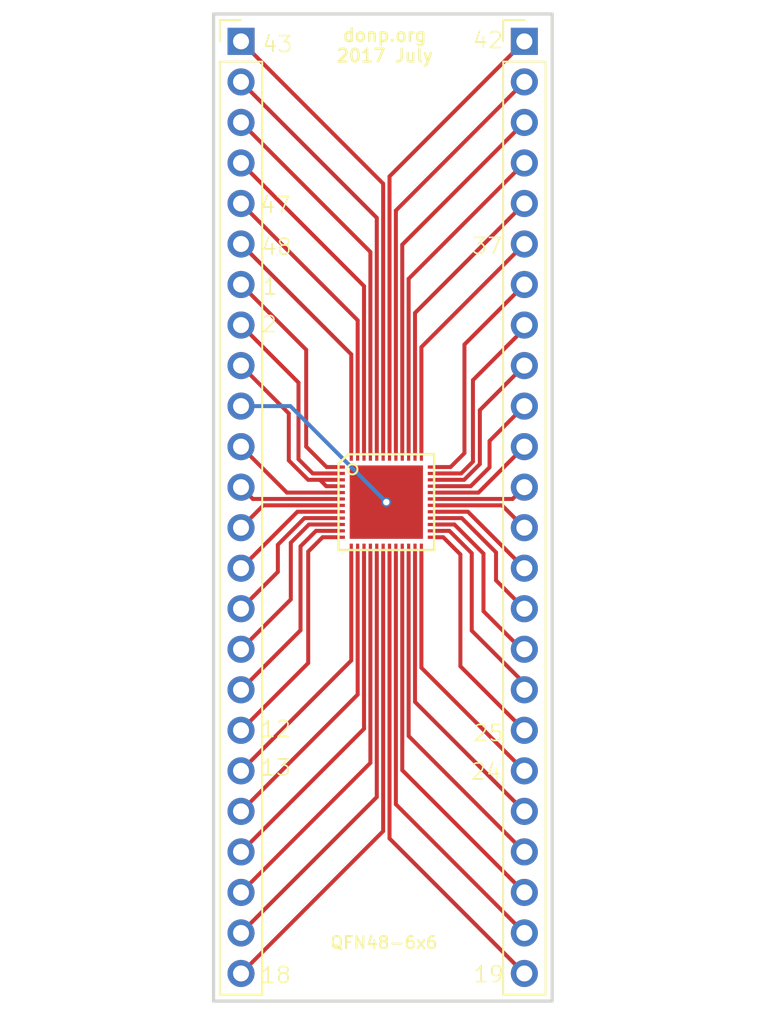
<source format=kicad_pcb>
(kicad_pcb (version 4) (host pcbnew 4.0.6-e0-6349~53~ubuntu16.04.1)

  (general
    (links 0)
    (no_connects 0)
    (area 111.799999 52.575 159.980001 117.705)
    (thickness 1.6)
    (drawings 18)
    (tracks 133)
    (zones 0)
    (modules 3)
    (nets 1)
  )

  (page A4)
  (layers
    (0 F.Cu signal)
    (31 B.Cu signal)
    (32 B.Adhes user)
    (33 F.Adhes user)
    (34 B.Paste user)
    (35 F.Paste user)
    (36 B.SilkS user)
    (37 F.SilkS user)
    (38 B.Mask user)
    (39 F.Mask user)
    (40 Dwgs.User user)
    (41 Cmts.User user)
    (42 Eco1.User user)
    (43 Eco2.User user)
    (44 Edge.Cuts user)
    (45 Margin user)
    (46 B.CrtYd user)
    (47 F.CrtYd user)
    (48 B.Fab user)
    (49 F.Fab user)
  )

  (setup
    (last_trace_width 0.25)
    (trace_clearance 0.2)
    (zone_clearance 0.508)
    (zone_45_only no)
    (trace_min 0.2)
    (segment_width 0.2)
    (edge_width 0.2)
    (via_size 0.6)
    (via_drill 0.4)
    (via_min_size 0.4)
    (via_min_drill 0.3)
    (uvia_size 0.3)
    (uvia_drill 0.1)
    (uvias_allowed no)
    (uvia_min_size 0.2)
    (uvia_min_drill 0.1)
    (pcb_text_width 0.3)
    (pcb_text_size 1.5 1.5)
    (mod_edge_width 0.15)
    (mod_text_size 1 1)
    (mod_text_width 0.15)
    (pad_size 1.7 1.7)
    (pad_drill 1)
    (pad_to_mask_clearance 0.2)
    (aux_axis_origin 0 0)
    (visible_elements FFFE7FFF)
    (pcbplotparams
      (layerselection 0x010f0_80000001)
      (usegerberextensions true)
      (excludeedgelayer true)
      (linewidth 0.100000)
      (plotframeref false)
      (viasonmask false)
      (mode 1)
      (useauxorigin false)
      (hpglpennumber 1)
      (hpglpenspeed 20)
      (hpglpendiameter 15)
      (hpglpenoverlay 2)
      (psnegative false)
      (psa4output false)
      (plotreference true)
      (plotvalue true)
      (plotinvisibletext false)
      (padsonsilk false)
      (subtractmaskfromsilk false)
      (outputformat 1)
      (mirror false)
      (drillshape 0)
      (scaleselection 1)
      (outputdirectory /home/donp/osh))
  )

  (net 0 "")

  (net_class Default "This is the default net class."
    (clearance 0.2)
    (trace_width 0.25)
    (via_dia 0.6)
    (via_drill 0.4)
    (uvia_dia 0.3)
    (uvia_drill 0.1)
  )

  (module Pin_Headers:Pin_Header_Straight_1x24_Pitch2.54mm (layer F.Cu) (tedit 594EA412) (tstamp 59500E85)
    (at 144.78 55.88)
    (descr "Through hole straight pin header, 1x24, 2.54mm pitch, single row")
    (tags "Through hole pin header THT 1x24 2.54mm single row")
    (fp_text reference "" (at 0 -2.33) (layer F.SilkS)
      (effects (font (size 1 1) (thickness 0.15)))
    )
    (fp_text value Pin_Header_Straight_1x24_Pitch2.54mm (at 0 60.75) (layer F.Fab)
      (effects (font (size 1 1) (thickness 0.15)))
    )
    (fp_line (start -1.27 -1.27) (end -1.27 59.69) (layer F.Fab) (width 0.1))
    (fp_line (start -1.27 59.69) (end 1.27 59.69) (layer F.Fab) (width 0.1))
    (fp_line (start 1.27 59.69) (end 1.27 -1.27) (layer F.Fab) (width 0.1))
    (fp_line (start 1.27 -1.27) (end -1.27 -1.27) (layer F.Fab) (width 0.1))
    (fp_line (start -1.33 1.27) (end -1.33 59.75) (layer F.SilkS) (width 0.12))
    (fp_line (start -1.33 59.75) (end 1.33 59.75) (layer F.SilkS) (width 0.12))
    (fp_line (start 1.33 59.75) (end 1.33 1.27) (layer F.SilkS) (width 0.12))
    (fp_line (start 1.33 1.27) (end -1.33 1.27) (layer F.SilkS) (width 0.12))
    (fp_line (start -1.33 0) (end -1.33 -1.33) (layer F.SilkS) (width 0.12))
    (fp_line (start -1.33 -1.33) (end 0 -1.33) (layer F.SilkS) (width 0.12))
    (fp_line (start -1.8 -1.8) (end -1.8 60.2) (layer F.CrtYd) (width 0.05))
    (fp_line (start -1.8 60.2) (end 1.8 60.2) (layer F.CrtYd) (width 0.05))
    (fp_line (start 1.8 60.2) (end 1.8 -1.8) (layer F.CrtYd) (width 0.05))
    (fp_line (start 1.8 -1.8) (end -1.8 -1.8) (layer F.CrtYd) (width 0.05))
    (fp_text user %R (at 0 -2.33) (layer F.Fab)
      (effects (font (size 1 1) (thickness 0.15)))
    )
    (pad 1 thru_hole rect (at 0 0) (size 1.7 1.7) (drill 1) (layers *.Cu *.Mask))
    (pad 2 thru_hole oval (at 0 2.54) (size 1.7 1.7) (drill 1) (layers *.Cu *.Mask))
    (pad 3 thru_hole oval (at 0 5.08) (size 1.7 1.7) (drill 1) (layers *.Cu *.Mask))
    (pad 4 thru_hole oval (at 0 7.62) (size 1.7 1.7) (drill 1) (layers *.Cu *.Mask))
    (pad 5 thru_hole oval (at 0 10.16) (size 1.7 1.7) (drill 1) (layers *.Cu *.Mask))
    (pad 6 thru_hole oval (at 0 12.7) (size 1.7 1.7) (drill 1) (layers *.Cu *.Mask))
    (pad 7 thru_hole oval (at 0 15.24) (size 1.7 1.7) (drill 1) (layers *.Cu *.Mask))
    (pad 8 thru_hole oval (at 0 17.78) (size 1.7 1.7) (drill 1) (layers *.Cu *.Mask))
    (pad 9 thru_hole oval (at 0 20.32) (size 1.7 1.7) (drill 1) (layers *.Cu *.Mask))
    (pad 10 thru_hole oval (at 0 22.86) (size 1.7 1.7) (drill 1) (layers *.Cu *.Mask))
    (pad 11 thru_hole oval (at 0 25.4) (size 1.7 1.7) (drill 1) (layers *.Cu *.Mask))
    (pad 12 thru_hole oval (at 0 27.94) (size 1.7 1.7) (drill 1) (layers *.Cu *.Mask))
    (pad 13 thru_hole oval (at 0 30.48) (size 1.7 1.7) (drill 1) (layers *.Cu *.Mask))
    (pad 14 thru_hole oval (at 0 33.02) (size 1.7 1.7) (drill 1) (layers *.Cu *.Mask))
    (pad 15 thru_hole oval (at 0 35.56) (size 1.7 1.7) (drill 1) (layers *.Cu *.Mask))
    (pad 16 thru_hole oval (at 0 38.1) (size 1.7 1.7) (drill 1) (layers *.Cu *.Mask))
    (pad 17 thru_hole oval (at 0 40.64) (size 1.7 1.7) (drill 1) (layers *.Cu *.Mask))
    (pad 18 thru_hole oval (at 0 43.18) (size 1.7 1.7) (drill 1) (layers *.Cu *.Mask))
    (pad 19 thru_hole oval (at 0 45.72) (size 1.7 1.7) (drill 1) (layers *.Cu *.Mask))
    (pad 20 thru_hole oval (at 0 48.26) (size 1.7 1.7) (drill 1) (layers *.Cu *.Mask))
    (pad 21 thru_hole oval (at 0 50.8) (size 1.7 1.7) (drill 1) (layers *.Cu *.Mask))
    (pad 22 thru_hole oval (at 0 53.34) (size 1.7 1.7) (drill 1) (layers *.Cu *.Mask))
    (pad 23 thru_hole oval (at 0 55.88) (size 1.7 1.7) (drill 1) (layers *.Cu *.Mask))
    (pad 24 thru_hole oval (at 0 58.42) (size 1.7 1.7) (drill 1) (layers *.Cu *.Mask))
    (model ${KISYS3DMOD}/Pin_Headers.3dshapes/Pin_Header_Straight_1x24_Pitch2.54mm.wrl
      (at (xyz 0 -1.15 0))
      (scale (xyz 1 1 1))
      (rotate (xyz 0 0 90))
    )
  )

  (module Pin_Headers:Pin_Header_Straight_1x24_Pitch2.54mm (layer F.Cu) (tedit 594EA412) (tstamp 59500D83)
    (at 127 55.88)
    (descr "Through hole straight pin header, 1x24, 2.54mm pitch, single row")
    (tags "Through hole pin header THT 1x24 2.54mm single row")
    (fp_text reference "" (at 0 -2.33) (layer F.SilkS)
      (effects (font (size 1 1) (thickness 0.15)))
    )
    (fp_text value Pin_Header_Straight_1x24_Pitch2.54mm (at 0 60.75) (layer F.Fab)
      (effects (font (size 1 1) (thickness 0.15)))
    )
    (fp_line (start -1.27 -1.27) (end -1.27 59.69) (layer F.Fab) (width 0.1))
    (fp_line (start -1.27 59.69) (end 1.27 59.69) (layer F.Fab) (width 0.1))
    (fp_line (start 1.27 59.69) (end 1.27 -1.27) (layer F.Fab) (width 0.1))
    (fp_line (start 1.27 -1.27) (end -1.27 -1.27) (layer F.Fab) (width 0.1))
    (fp_line (start -1.33 1.27) (end -1.33 59.75) (layer F.SilkS) (width 0.12))
    (fp_line (start -1.33 59.75) (end 1.33 59.75) (layer F.SilkS) (width 0.12))
    (fp_line (start 1.33 59.75) (end 1.33 1.27) (layer F.SilkS) (width 0.12))
    (fp_line (start 1.33 1.27) (end -1.33 1.27) (layer F.SilkS) (width 0.12))
    (fp_line (start -1.33 0) (end -1.33 -1.33) (layer F.SilkS) (width 0.12))
    (fp_line (start -1.33 -1.33) (end 0 -1.33) (layer F.SilkS) (width 0.12))
    (fp_line (start -1.8 -1.8) (end -1.8 60.2) (layer F.CrtYd) (width 0.05))
    (fp_line (start -1.8 60.2) (end 1.8 60.2) (layer F.CrtYd) (width 0.05))
    (fp_line (start 1.8 60.2) (end 1.8 -1.8) (layer F.CrtYd) (width 0.05))
    (fp_line (start 1.8 -1.8) (end -1.8 -1.8) (layer F.CrtYd) (width 0.05))
    (fp_text user %R (at 0 -2.33) (layer F.Fab)
      (effects (font (size 1 1) (thickness 0.15)))
    )
    (pad 1 thru_hole rect (at 0 0) (size 1.7 1.7) (drill 1) (layers *.Cu *.Mask))
    (pad 2 thru_hole oval (at 0 2.54) (size 1.7 1.7) (drill 1) (layers *.Cu *.Mask))
    (pad 3 thru_hole oval (at 0 5.08) (size 1.7 1.7) (drill 1) (layers *.Cu *.Mask))
    (pad 4 thru_hole oval (at 0 7.62) (size 1.7 1.7) (drill 1) (layers *.Cu *.Mask))
    (pad 5 thru_hole oval (at 0 10.16) (size 1.7 1.7) (drill 1) (layers *.Cu *.Mask))
    (pad 6 thru_hole oval (at 0 12.7) (size 1.7 1.7) (drill 1) (layers *.Cu *.Mask))
    (pad 7 thru_hole oval (at 0 15.24) (size 1.7 1.7) (drill 1) (layers *.Cu *.Mask))
    (pad 8 thru_hole oval (at 0 17.78) (size 1.7 1.7) (drill 1) (layers *.Cu *.Mask))
    (pad 9 thru_hole oval (at 0 20.32) (size 1.7 1.7) (drill 1) (layers *.Cu *.Mask))
    (pad 10 thru_hole oval (at 0 22.86) (size 1.7 1.7) (drill 1) (layers *.Cu *.Mask))
    (pad 11 thru_hole oval (at 0 25.4) (size 1.7 1.7) (drill 1) (layers *.Cu *.Mask))
    (pad 12 thru_hole oval (at 0 27.94) (size 1.7 1.7) (drill 1) (layers *.Cu *.Mask))
    (pad 13 thru_hole oval (at 0 30.48) (size 1.7 1.7) (drill 1) (layers *.Cu *.Mask))
    (pad 14 thru_hole oval (at 0 33.02) (size 1.7 1.7) (drill 1) (layers *.Cu *.Mask))
    (pad 15 thru_hole oval (at 0 35.56) (size 1.7 1.7) (drill 1) (layers *.Cu *.Mask))
    (pad 16 thru_hole oval (at 0 38.1) (size 1.7 1.7) (drill 1) (layers *.Cu *.Mask))
    (pad 17 thru_hole oval (at 0 40.64) (size 1.7 1.7) (drill 1) (layers *.Cu *.Mask))
    (pad 18 thru_hole oval (at 0 43.18) (size 1.7 1.7) (drill 1) (layers *.Cu *.Mask))
    (pad 19 thru_hole oval (at 0 45.72) (size 1.7 1.7) (drill 1) (layers *.Cu *.Mask))
    (pad 20 thru_hole oval (at 0 48.26) (size 1.7 1.7) (drill 1) (layers *.Cu *.Mask))
    (pad 21 thru_hole oval (at 0 50.8) (size 1.7 1.7) (drill 1) (layers *.Cu *.Mask))
    (pad 22 thru_hole oval (at 0 53.34) (size 1.7 1.7) (drill 1) (layers *.Cu *.Mask))
    (pad 23 thru_hole oval (at 0 55.88) (size 1.7 1.7) (drill 1) (layers *.Cu *.Mask))
    (pad 24 thru_hole oval (at 0 58.42) (size 1.7 1.7) (drill 1) (layers *.Cu *.Mask))
    (model ${KISYS3DMOD}/Pin_Headers.3dshapes/Pin_Header_Straight_1x24_Pitch2.54mm.wrl
      (at (xyz 0 -1.15 0))
      (scale (xyz 1 1 1))
      (rotate (xyz 0 0 90))
    )
  )

  (module tom_kicad_lib:QFN48+1 (layer F.Cu) (tedit 59610C4A) (tstamp 59619099)
    (at 136.1186 84.7598)
    (descr "6x6mm, 0.4mm pitch")
    (clearance 0.1)
    (attr smd)
    (fp_text reference QFN48-6x6 (at -0.1524 27.6098) (layer F.SilkS)
      (effects (font (size 0.762 0.762) (thickness 0.127)))
    )
    (fp_text value VAL** (at 4.699 -3.81) (layer F.SilkS) hide
      (effects (font (size 0.762 0.635) (thickness 0.1524)))
    )
    (fp_line (start -3 -2) (end -3 -2.4) (layer F.SilkS) (width 0.15))
    (fp_line (start -3 -2.4) (end -2.4 -3) (layer F.SilkS) (width 0.15))
    (fp_line (start -2.4 -3) (end -2 -3) (layer F.SilkS) (width 0.15))
    (fp_line (start -3 3) (end -3 -2) (layer F.SilkS) (width 0.15))
    (fp_line (start -3 3) (end 3 3) (layer F.SilkS) (width 0.15))
    (fp_line (start 3 3) (end 3 -3) (layer F.SilkS) (width 0.15))
    (fp_line (start 3 -3) (end -2 -3) (layer F.SilkS) (width 0.15))
    (fp_circle (center -2.12994 -2.05882) (end -2.23154 -2.36108) (layer F.SilkS) (width 0.127))
    (pad 49 smd rect (at 0 0) (size 4.6 4.6) (layers F.Cu F.Paste F.Mask))
    (pad 1 smd rect (at -3 -2.2) (size 0.6 0.2) (drill (offset 0.1 0)) (layers F.Cu F.Paste F.Mask))
    (pad 2 smd rect (at -3 -1.8) (size 0.6 0.2) (drill (offset 0.1 0)) (layers F.Cu F.Paste F.Mask))
    (pad 3 smd rect (at -3 -1.4) (size 0.6 0.2) (drill (offset 0.1 0)) (layers F.Cu F.Paste F.Mask))
    (pad 4 smd rect (at -3 -1) (size 0.6 0.2) (drill (offset 0.1 0)) (layers F.Cu F.Paste F.Mask))
    (pad 5 smd rect (at -3 -0.6) (size 0.6 0.2) (drill (offset 0.1 0)) (layers F.Cu F.Paste F.Mask))
    (pad 6 smd rect (at -3 -0.2) (size 0.6 0.2) (drill (offset 0.1 0)) (layers F.Cu F.Paste F.Mask))
    (pad 7 smd rect (at -3 0.2) (size 0.6 0.2) (drill (offset 0.1 0)) (layers F.Cu F.Paste F.Mask))
    (pad 8 smd rect (at -3 0.6) (size 0.6 0.2) (drill (offset 0.1 0)) (layers F.Cu F.Paste F.Mask))
    (pad 9 smd rect (at -3 1) (size 0.6 0.2) (drill (offset 0.1 0)) (layers F.Cu F.Paste F.Mask))
    (pad 10 smd rect (at -3 1.4) (size 0.6 0.2) (drill (offset 0.1 0)) (layers F.Cu F.Paste F.Mask))
    (pad 11 smd rect (at -3 1.8) (size 0.6 0.2) (drill (offset 0.1 0)) (layers F.Cu F.Paste F.Mask))
    (pad 12 smd rect (at -3 2.2) (size 0.6 0.2) (drill (offset 0.1 0)) (layers F.Cu F.Paste F.Mask))
    (pad 13 smd rect (at -2.2 3 90) (size 0.6 0.2) (drill (offset 0.1 0)) (layers F.Cu F.Paste F.Mask))
    (pad 14 smd rect (at -1.8 3 90) (size 0.6 0.2) (drill (offset 0.1 0)) (layers F.Cu F.Paste F.Mask))
    (pad 15 smd rect (at -1.4 3 90) (size 0.6 0.2) (drill (offset 0.1 0)) (layers F.Cu F.Paste F.Mask))
    (pad 16 smd rect (at -1 3 90) (size 0.6 0.2) (drill (offset 0.1 0)) (layers F.Cu F.Paste F.Mask))
    (pad 17 smd rect (at -0.6 3 90) (size 0.6 0.2) (drill (offset 0.1 0)) (layers F.Cu F.Paste F.Mask))
    (pad 18 smd rect (at -0.2 3 90) (size 0.6 0.2) (drill (offset 0.1 0)) (layers F.Cu F.Paste F.Mask))
    (pad 19 smd rect (at 0.2 3 90) (size 0.6 0.2) (drill (offset 0.1 0)) (layers F.Cu F.Paste F.Mask))
    (pad 20 smd rect (at 0.6 3 90) (size 0.6 0.2) (drill (offset 0.1 0)) (layers F.Cu F.Paste F.Mask))
    (pad 21 smd rect (at 1 3 90) (size 0.6 0.2) (drill (offset 0.1 0)) (layers F.Cu F.Paste F.Mask))
    (pad 22 smd rect (at 1.4 3 90) (size 0.6 0.2) (drill (offset 0.1 0)) (layers F.Cu F.Paste F.Mask))
    (pad 23 smd rect (at 1.8 3 90) (size 0.6 0.2) (drill (offset 0.1 0)) (layers F.Cu F.Paste F.Mask))
    (pad 24 smd rect (at 2.2 3 90) (size 0.6 0.2) (drill (offset 0.1 0)) (layers F.Cu F.Paste F.Mask))
    (pad 25 smd rect (at 3 2.2 180) (size 0.6 0.2) (drill (offset 0.1 0)) (layers F.Cu F.Paste F.Mask))
    (pad 26 smd rect (at 3 1.8 180) (size 0.6 0.2) (drill (offset 0.1 0)) (layers F.Cu F.Paste F.Mask))
    (pad 27 smd rect (at 3 1.4 180) (size 0.6 0.2) (drill (offset 0.1 0)) (layers F.Cu F.Paste F.Mask))
    (pad 28 smd rect (at 3 1 180) (size 0.6 0.2) (drill (offset 0.1 0)) (layers F.Cu F.Paste F.Mask))
    (pad 29 smd rect (at 3 0.6 180) (size 0.6 0.2) (drill (offset 0.1 0)) (layers F.Cu F.Paste F.Mask))
    (pad 30 smd rect (at 3 0.2 180) (size 0.6 0.2) (drill (offset 0.1 0)) (layers F.Cu F.Paste F.Mask))
    (pad 31 smd rect (at 3 -0.2 180) (size 0.6 0.2) (drill (offset 0.1 0)) (layers F.Cu F.Paste F.Mask))
    (pad 32 smd rect (at 3 -0.6 180) (size 0.6 0.2) (drill (offset 0.1 0)) (layers F.Cu F.Paste F.Mask))
    (pad 33 smd rect (at 3 -1 180) (size 0.6 0.2) (drill (offset 0.1 0)) (layers F.Cu F.Paste F.Mask))
    (pad 34 smd rect (at 3 -1.4 180) (size 0.6 0.2) (drill (offset 0.1 0)) (layers F.Cu F.Paste F.Mask))
    (pad 35 smd rect (at 3 -1.8 180) (size 0.6 0.2) (drill (offset 0.1 0)) (layers F.Cu F.Paste F.Mask))
    (pad 36 smd rect (at 3 -2.2 180) (size 0.6 0.2) (drill (offset 0.1 0)) (layers F.Cu F.Paste F.Mask))
    (pad 37 smd rect (at 2.2 -3 270) (size 0.6 0.2) (drill (offset 0.1 0)) (layers F.Cu F.Paste F.Mask))
    (pad 38 smd rect (at 1.8 -3 270) (size 0.6 0.2) (drill (offset 0.1 0)) (layers F.Cu F.Paste F.Mask))
    (pad 39 smd rect (at 1.4 -3 270) (size 0.6 0.2) (drill (offset 0.1 0)) (layers F.Cu F.Paste F.Mask))
    (pad 40 smd rect (at 1 -3 270) (size 0.6 0.2) (drill (offset 0.1 0)) (layers F.Cu F.Paste F.Mask))
    (pad 41 smd rect (at 0.6 -3 270) (size 0.6 0.2) (drill (offset 0.1 0)) (layers F.Cu F.Paste F.Mask))
    (pad 42 smd rect (at 0.2 -3 270) (size 0.6 0.2) (drill (offset 0.1 0)) (layers F.Cu F.Paste F.Mask))
    (pad 43 smd rect (at -0.2 -3 270) (size 0.6 0.2) (drill (offset 0.1 0)) (layers F.Cu F.Paste F.Mask))
    (pad 44 smd rect (at -0.6 -3 270) (size 0.6 0.2) (drill (offset 0.1 0)) (layers F.Cu F.Paste F.Mask))
    (pad 45 smd rect (at -1 -3 270) (size 0.6 0.2) (drill (offset 0.1 0)) (layers F.Cu F.Paste F.Mask))
    (pad 46 smd rect (at -1.4 -3 270) (size 0.6 0.2) (drill (offset 0.1 0)) (layers F.Cu F.Paste F.Mask))
    (pad 47 smd rect (at -1.8 -3 270) (size 0.6 0.2) (drill (offset 0.1 0)) (layers F.Cu F.Paste F.Mask))
    (pad 48 smd rect (at -2.2 -3 270) (size 0.6 0.2) (drill (offset 0.1 0)) (layers F.Cu F.Paste F.Mask))
  )

  (gr_text 13 (at 129.1844 101.3968) (layer F.SilkS)
    (effects (font (size 1 1) (thickness 0.1)))
  )
  (gr_text 25 (at 142.5194 99.2378) (layer F.SilkS)
    (effects (font (size 1 1) (thickness 0.1)))
  )
  (gr_text 24 (at 142.367 101.6508) (layer F.SilkS)
    (effects (font (size 1 1) (thickness 0.1)))
  )
  (gr_text 19 (at 142.5448 114.3508) (layer F.SilkS)
    (effects (font (size 1 1) (thickness 0.1)))
  )
  (gr_text 18 (at 129.1844 114.4016) (layer F.SilkS)
    (effects (font (size 1 1) (thickness 0.1)))
  )
  (gr_text 12 (at 129.1844 98.9838) (layer F.SilkS)
    (effects (font (size 1 1) (thickness 0.1)))
  )
  (gr_text 37 (at 142.4432 68.707) (layer F.SilkS)
    (effects (font (size 1 1) (thickness 0.1)))
  )
  (gr_text 42 (at 142.494 55.8038) (layer F.SilkS)
    (effects (font (size 1 1) (thickness 0.1)))
  )
  (gr_text 2 (at 128.778 73.6092) (layer F.SilkS)
    (effects (font (size 1 1) (thickness 0.1)))
  )
  (gr_text 43 (at 129.286 56.0578) (layer F.SilkS)
    (effects (font (size 1 1) (thickness 0.1)))
  )
  (gr_text 47 (at 129.159 66.1416) (layer F.SilkS)
    (effects (font (size 1 1) (thickness 0.1)))
  )
  (gr_text 48 (at 129.2352 68.7578) (layer F.SilkS)
    (effects (font (size 1 1) (thickness 0.1)))
  )
  (gr_text 1 (at 128.8288 71.247) (layer F.SilkS)
    (effects (font (size 1 1) (thickness 0.1)))
  )
  (gr_text "donp.org\n2017 July" (at 136.017 56.134) (layer F.SilkS)
    (effects (font (size 0.8 0.8) (thickness 0.15)))
  )
  (gr_line (start 125.2794 54.1618) (end 146.5246 54.1618) (angle 90) (layer Edge.Cuts) (width 0.2))
  (gr_line (start 146.5246 54.1618) (end 146.5246 116.0312) (angle 90) (layer Edge.Cuts) (width 0.2) (tstamp 5869BE58))
  (gr_line (start 125.2794 54.1618) (end 125.2794 116.0312) (angle 90) (layer Edge.Cuts) (width 0.2))
  (gr_line (start 125.2794 116.0312) (end 146.5246 116.0312) (angle 90) (layer Edge.Cuts) (width 0.2) (tstamp 5869BDB4))

  (via (at 136.1186 84.7598) (size 0.6) (drill 0.4) (layers F.Cu B.Cu) (net 0) (status C00000))
  (segment (start 127 78.74) (end 130.0988 78.74) (width 0.25) (layer B.Cu) (net 0) (tstamp 5961103E) (status 400000))
  (segment (start 130.0988 78.74) (end 136.1186 84.7598) (width 0.25) (layer B.Cu) (net 0) (tstamp 5961103D) (status 800000))
  (segment (start 133.1186 83.7598) (end 132.35 83.7598) (width 0.25) (layer F.Cu) (net 0) (status 400000))
  (segment (start 132.35 83.7598) (end 131.95 83.3598) (width 0.25) (layer F.Cu) (net 0) (tstamp 59611009))
  (segment (start 138.3186 87.7598) (end 138.3186 95.1386) (width 0.25) (layer F.Cu) (net 0))
  (segment (start 138.3186 95.1386) (end 144.78 101.6) (width 0.25) (layer F.Cu) (net 0) (tstamp 596193D4))
  (segment (start 137.9186 87.7598) (end 137.9186 97.2786) (width 0.25) (layer F.Cu) (net 0))
  (segment (start 137.9186 97.2786) (end 144.78 104.14) (width 0.25) (layer F.Cu) (net 0) (tstamp 596193D0))
  (segment (start 137.5186 87.7598) (end 137.5186 99.4186) (width 0.25) (layer F.Cu) (net 0))
  (segment (start 137.5186 99.4186) (end 144.78 106.68) (width 0.25) (layer F.Cu) (net 0) (tstamp 596193CC))
  (segment (start 137.1186 87.7598) (end 137.1186 101.5586) (width 0.25) (layer F.Cu) (net 0))
  (segment (start 137.1186 101.5586) (end 144.78 109.22) (width 0.25) (layer F.Cu) (net 0) (tstamp 596193C8))
  (segment (start 136.7186 87.7598) (end 136.7186 103.6986) (width 0.25) (layer F.Cu) (net 0))
  (segment (start 136.7186 103.6986) (end 144.78 111.76) (width 0.25) (layer F.Cu) (net 0) (tstamp 596193C4))
  (segment (start 136.3186 87.7598) (end 136.3186 105.8386) (width 0.25) (layer F.Cu) (net 0))
  (segment (start 136.3186 105.8386) (end 144.78 114.3) (width 0.25) (layer F.Cu) (net 0) (tstamp 596193C0))
  (segment (start 135.9186 87.7598) (end 135.9186 105.3814) (width 0.25) (layer F.Cu) (net 0))
  (segment (start 135.9186 105.3814) (end 127 114.3) (width 0.25) (layer F.Cu) (net 0) (tstamp 596193BC))
  (segment (start 135.5186 87.7598) (end 135.5186 103.2414) (width 0.25) (layer F.Cu) (net 0))
  (segment (start 135.5186 103.2414) (end 127 111.76) (width 0.25) (layer F.Cu) (net 0) (tstamp 596193B8))
  (segment (start 135.1186 87.7598) (end 135.1186 101.1014) (width 0.25) (layer F.Cu) (net 0))
  (segment (start 135.1186 101.1014) (end 127 109.22) (width 0.25) (layer F.Cu) (net 0) (tstamp 596193B4))
  (segment (start 134.7186 87.7598) (end 134.7186 98.9614) (width 0.25) (layer F.Cu) (net 0))
  (segment (start 134.7186 98.9614) (end 127 106.68) (width 0.25) (layer F.Cu) (net 0) (tstamp 596193B0))
  (segment (start 134.3186 87.7598) (end 134.3186 96.8214) (width 0.25) (layer F.Cu) (net 0))
  (segment (start 134.3186 96.8214) (end 127 104.14) (width 0.25) (layer F.Cu) (net 0) (tstamp 596193AC))
  (segment (start 133.9186 87.7598) (end 133.9186 94.6814) (width 0.25) (layer F.Cu) (net 0))
  (segment (start 133.9186 94.6814) (end 127 101.6) (width 0.25) (layer F.Cu) (net 0) (tstamp 596193A8))
  (segment (start 133.9186 81.7598) (end 133.9186 75.4986) (width 0.25) (layer F.Cu) (net 0))
  (segment (start 133.9186 75.4986) (end 127 68.58) (width 0.25) (layer F.Cu) (net 0) (tstamp 596193A4))
  (segment (start 134.3186 81.7598) (end 134.3186 73.3586) (width 0.25) (layer F.Cu) (net 0))
  (segment (start 134.3186 73.3586) (end 127 66.04) (width 0.25) (layer F.Cu) (net 0) (tstamp 596193A0))
  (segment (start 134.7186 81.7598) (end 134.7186 71.2186) (width 0.25) (layer F.Cu) (net 0))
  (segment (start 134.7186 71.2186) (end 127 63.5) (width 0.25) (layer F.Cu) (net 0) (tstamp 5961939C))
  (segment (start 135.1186 81.7598) (end 135.1186 69.0786) (width 0.25) (layer F.Cu) (net 0))
  (segment (start 135.1186 69.0786) (end 127 60.96) (width 0.25) (layer F.Cu) (net 0) (tstamp 59619398))
  (segment (start 135.5186 81.7598) (end 135.5186 66.9386) (width 0.25) (layer F.Cu) (net 0))
  (segment (start 135.5186 66.9386) (end 127 58.42) (width 0.25) (layer F.Cu) (net 0) (tstamp 59619394))
  (segment (start 135.9186 81.7598) (end 135.9186 64.7986) (width 0.25) (layer F.Cu) (net 0))
  (segment (start 135.9186 64.7986) (end 127 55.88) (width 0.25) (layer F.Cu) (net 0) (tstamp 59619390))
  (segment (start 136.3186 81.7598) (end 136.3186 64.3414) (width 0.25) (layer F.Cu) (net 0))
  (segment (start 136.3186 64.3414) (end 144.78 55.88) (width 0.25) (layer F.Cu) (net 0) (tstamp 5961938C))
  (segment (start 136.7186 81.7598) (end 136.7186 66.4814) (width 0.25) (layer F.Cu) (net 0))
  (segment (start 136.7186 66.4814) (end 144.78 58.42) (width 0.25) (layer F.Cu) (net 0) (tstamp 59619388))
  (segment (start 137.1186 81.7598) (end 137.1186 68.6214) (width 0.25) (layer F.Cu) (net 0))
  (segment (start 137.1186 68.6214) (end 144.78 60.96) (width 0.25) (layer F.Cu) (net 0) (tstamp 59619384))
  (segment (start 137.5186 81.7598) (end 137.5186 70.7614) (width 0.25) (layer F.Cu) (net 0))
  (segment (start 137.5186 70.7614) (end 144.78 63.5) (width 0.25) (layer F.Cu) (net 0) (tstamp 59619380))
  (segment (start 137.9186 81.7598) (end 137.9186 72.9014) (width 0.25) (layer F.Cu) (net 0))
  (segment (start 137.9186 72.9014) (end 144.78 66.04) (width 0.25) (layer F.Cu) (net 0) (tstamp 5961937C))
  (segment (start 138.3186 81.7598) (end 138.3186 75.0414) (width 0.25) (layer F.Cu) (net 0))
  (segment (start 138.3186 75.0414) (end 144.78 68.58) (width 0.25) (layer F.Cu) (net 0) (tstamp 59619378))
  (segment (start 133.1186 86.9598) (end 132.1152 86.9598) (width 0.25) (layer F.Cu) (net 0))
  (segment (start 131.2164 94.8436) (end 127 99.06) (width 0.25) (layer F.Cu) (net 0) (tstamp 59619335))
  (segment (start 131.2164 87.8586) (end 131.2164 94.8436) (width 0.25) (layer F.Cu) (net 0) (tstamp 59619334))
  (segment (start 132.1152 86.9598) (end 131.2164 87.8586) (width 0.25) (layer F.Cu) (net 0) (tstamp 59619333))
  (segment (start 133.1186 86.5598) (end 131.7024 86.5598) (width 0.25) (layer F.Cu) (net 0))
  (segment (start 130.7338 92.7862) (end 127 96.52) (width 0.25) (layer F.Cu) (net 0) (tstamp 5961932F))
  (segment (start 130.7338 87.5284) (end 130.7338 92.7862) (width 0.25) (layer F.Cu) (net 0) (tstamp 5961932E))
  (segment (start 131.7024 86.5598) (end 130.7338 87.5284) (width 0.25) (layer F.Cu) (net 0) (tstamp 5961932D))
  (segment (start 133.1186 86.1598) (end 131.2642 86.1598) (width 0.25) (layer F.Cu) (net 0))
  (segment (start 130.1242 90.8558) (end 127 93.98) (width 0.25) (layer F.Cu) (net 0) (tstamp 59619322))
  (segment (start 130.1242 87.2998) (end 130.1242 90.8558) (width 0.25) (layer F.Cu) (net 0) (tstamp 59619321))
  (segment (start 131.2642 86.1598) (end 130.1242 87.2998) (width 0.25) (layer F.Cu) (net 0) (tstamp 59619320))
  (segment (start 133.1186 85.7598) (end 130.9784 85.7598) (width 0.25) (layer F.Cu) (net 0))
  (segment (start 129.3114 89.1286) (end 127 91.44) (width 0.25) (layer F.Cu) (net 0) (tstamp 5961931C))
  (segment (start 129.3114 87.4268) (end 129.3114 89.1286) (width 0.25) (layer F.Cu) (net 0) (tstamp 5961931A))
  (segment (start 130.9784 85.7598) (end 129.3114 87.4268) (width 0.25) (layer F.Cu) (net 0) (tstamp 59619319))
  (segment (start 139.1186 86.9598) (end 139.6902 86.9598) (width 0.25) (layer F.Cu) (net 0))
  (segment (start 140.7668 95.0468) (end 144.78 99.06) (width 0.25) (layer F.Cu) (net 0) (tstamp 59619315))
  (segment (start 140.7668 88.0364) (end 140.7668 95.0468) (width 0.25) (layer F.Cu) (net 0) (tstamp 59619313))
  (segment (start 139.6902 86.9598) (end 140.7668 88.0364) (width 0.25) (layer F.Cu) (net 0) (tstamp 59619312))
  (segment (start 139.1186 86.5598) (end 140.0776 86.5598) (width 0.25) (layer F.Cu) (net 0))
  (segment (start 141.478 92.8116) (end 144.78 96.1136) (width 0.25) (layer F.Cu) (net 0) (tstamp 5961930E))
  (segment (start 141.478 87.9602) (end 141.478 92.8116) (width 0.25) (layer F.Cu) (net 0) (tstamp 5961930D))
  (segment (start 140.0776 86.5598) (end 141.478 87.9602) (width 0.25) (layer F.Cu) (net 0) (tstamp 5961930C))
  (segment (start 144.78 96.1136) (end 144.78 96.52) (width 0.25) (layer F.Cu) (net 0) (tstamp 5961930F))
  (segment (start 139.1186 86.1598) (end 140.3888 86.1598) (width 0.25) (layer F.Cu) (net 0))
  (segment (start 142.2146 91.5924) (end 144.6022 93.98) (width 0.25) (layer F.Cu) (net 0) (tstamp 59619308))
  (segment (start 142.2146 87.9856) (end 142.2146 91.5924) (width 0.25) (layer F.Cu) (net 0) (tstamp 59619307))
  (segment (start 140.3888 86.1598) (end 142.2146 87.9856) (width 0.25) (layer F.Cu) (net 0) (tstamp 59619306))
  (segment (start 144.6022 93.98) (end 144.78 93.98) (width 0.25) (layer F.Cu) (net 0) (tstamp 59619309))
  (segment (start 139.1186 85.7598) (end 140.8524 85.7598) (width 0.25) (layer F.Cu) (net 0))
  (segment (start 143.002 89.662) (end 144.78 91.44) (width 0.25) (layer F.Cu) (net 0) (tstamp 59619302))
  (segment (start 143.002 87.9094) (end 143.002 89.662) (width 0.25) (layer F.Cu) (net 0) (tstamp 59619300))
  (segment (start 140.8524 85.7598) (end 143.002 87.9094) (width 0.25) (layer F.Cu) (net 0) (tstamp 596192FE))
  (segment (start 139.1186 85.3598) (end 141.2398 85.3598) (width 0.25) (layer F.Cu) (net 0))
  (segment (start 141.2398 85.3598) (end 144.78 88.9) (width 0.25) (layer F.Cu) (net 0) (tstamp 596192FA))
  (segment (start 133.1186 85.3598) (end 130.5402 85.3598) (width 0.25) (layer F.Cu) (net 0))
  (segment (start 130.5402 85.3598) (end 127 88.9) (width 0.25) (layer F.Cu) (net 0) (tstamp 596192F6))
  (segment (start 139.1186 82.5598) (end 140.1474 82.5598) (width 0.25) (layer F.Cu) (net 0))
  (segment (start 141.0208 74.8792) (end 144.78 71.12) (width 0.25) (layer F.Cu) (net 0) (tstamp 596192B4))
  (segment (start 141.0208 81.6864) (end 141.0208 74.8792) (width 0.25) (layer F.Cu) (net 0) (tstamp 596192B3))
  (segment (start 140.1474 82.5598) (end 141.0208 81.6864) (width 0.25) (layer F.Cu) (net 0) (tstamp 596192B2))
  (segment (start 139.1186 82.9598) (end 140.8142 82.9598) (width 0.25) (layer F.Cu) (net 0))
  (segment (start 141.5542 77.1144) (end 144.78 73.8886) (width 0.25) (layer F.Cu) (net 0) (tstamp 596192AE))
  (segment (start 141.5542 82.2198) (end 141.5542 77.1144) (width 0.25) (layer F.Cu) (net 0) (tstamp 596192AD))
  (segment (start 140.8142 82.9598) (end 141.5542 82.2198) (width 0.25) (layer F.Cu) (net 0) (tstamp 596192AC))
  (segment (start 144.78 73.8886) (end 144.78 73.66) (width 0.25) (layer F.Cu) (net 0) (tstamp 596192AF))
  (segment (start 139.1186 83.3598) (end 140.9984 83.3598) (width 0.25) (layer F.Cu) (net 0))
  (segment (start 141.986 78.994) (end 144.78 76.2) (width 0.25) (layer F.Cu) (net 0) (tstamp 596192A8))
  (segment (start 141.986 82.3722) (end 141.986 78.994) (width 0.25) (layer F.Cu) (net 0) (tstamp 596192A7))
  (segment (start 140.9984 83.3598) (end 141.986 82.3722) (width 0.25) (layer F.Cu) (net 0) (tstamp 596192A6))
  (segment (start 133.1186 82.5598) (end 132.3692 82.5598) (width 0.25) (layer F.Cu) (net 0))
  (segment (start 131.0894 75.2094) (end 127 71.12) (width 0.25) (layer F.Cu) (net 0) (tstamp 596192A0))
  (segment (start 131.0894 81.28) (end 131.0894 75.2094) (width 0.25) (layer F.Cu) (net 0) (tstamp 5961929F))
  (segment (start 132.3692 82.5598) (end 131.0894 81.28) (width 0.25) (layer F.Cu) (net 0) (tstamp 5961929E))
  (segment (start 133.1186 82.9598) (end 131.4992 82.9598) (width 0.25) (layer F.Cu) (net 0))
  (segment (start 130.6068 77.2668) (end 127 73.66) (width 0.25) (layer F.Cu) (net 0) (tstamp 5961929A))
  (segment (start 130.6068 82.0674) (end 130.6068 77.2668) (width 0.25) (layer F.Cu) (net 0) (tstamp 59619299))
  (segment (start 131.4992 82.9598) (end 130.6068 82.0674) (width 0.25) (layer F.Cu) (net 0) (tstamp 59619298))
  (segment (start 133.1186 83.3598) (end 131.95 83.3598) (width 0.25) (layer F.Cu) (net 0))
  (segment (start 131.95 83.3598) (end 131.2134 83.3598) (width 0.25) (layer F.Cu) (net 0) (tstamp 5961100D))
  (segment (start 129.9972 79.1972) (end 127 76.2) (width 0.25) (layer F.Cu) (net 0) (tstamp 59619294))
  (segment (start 129.9972 82.1436) (end 129.9972 79.1972) (width 0.25) (layer F.Cu) (net 0) (tstamp 59619293))
  (segment (start 131.2134 83.3598) (end 129.9972 82.1436) (width 0.25) (layer F.Cu) (net 0) (tstamp 59619292))
  (segment (start 139.1186 83.7598) (end 141.4112 83.7598) (width 0.25) (layer F.Cu) (net 0))
  (segment (start 142.5956 80.9244) (end 144.78 78.74) (width 0.25) (layer F.Cu) (net 0) (tstamp 5961928E))
  (segment (start 142.5956 82.5754) (end 142.5956 80.9244) (width 0.25) (layer F.Cu) (net 0) (tstamp 5961928D))
  (segment (start 141.4112 83.7598) (end 142.5956 82.5754) (width 0.25) (layer F.Cu) (net 0) (tstamp 5961928C))
  (segment (start 139.1186 84.1598) (end 141.9002 84.1598) (width 0.25) (layer F.Cu) (net 0))
  (segment (start 141.9002 84.1598) (end 144.78 81.28) (width 0.25) (layer F.Cu) (net 0) (tstamp 59619288))
  (segment (start 133.1186 84.1598) (end 129.8798 84.1598) (width 0.25) (layer F.Cu) (net 0))
  (segment (start 129.8798 84.1598) (end 127 81.28) (width 0.25) (layer F.Cu) (net 0) (tstamp 5961927D))
  (segment (start 139.1186 84.9598) (end 143.3798 84.9598) (width 0.25) (layer F.Cu) (net 0))
  (segment (start 143.3798 84.9598) (end 144.78 86.36) (width 0.25) (layer F.Cu) (net 0) (tstamp 59619279))
  (segment (start 139.1186 84.5598) (end 144.0402 84.5598) (width 0.25) (layer F.Cu) (net 0))
  (segment (start 144.0402 84.5598) (end 144.78 83.82) (width 0.25) (layer F.Cu) (net 0) (tstamp 59619276))
  (segment (start 133.1186 84.9598) (end 128.4002 84.9598) (width 0.25) (layer F.Cu) (net 0))
  (segment (start 128.4002 84.9598) (end 127 86.36) (width 0.25) (layer F.Cu) (net 0) (tstamp 59619272))
  (segment (start 133.1186 84.5598) (end 127.7398 84.5598) (width 0.25) (layer F.Cu) (net 0))
  (segment (start 127.7398 84.5598) (end 127 83.82) (width 0.25) (layer F.Cu) (net 0) (tstamp 5961926F))

)

</source>
